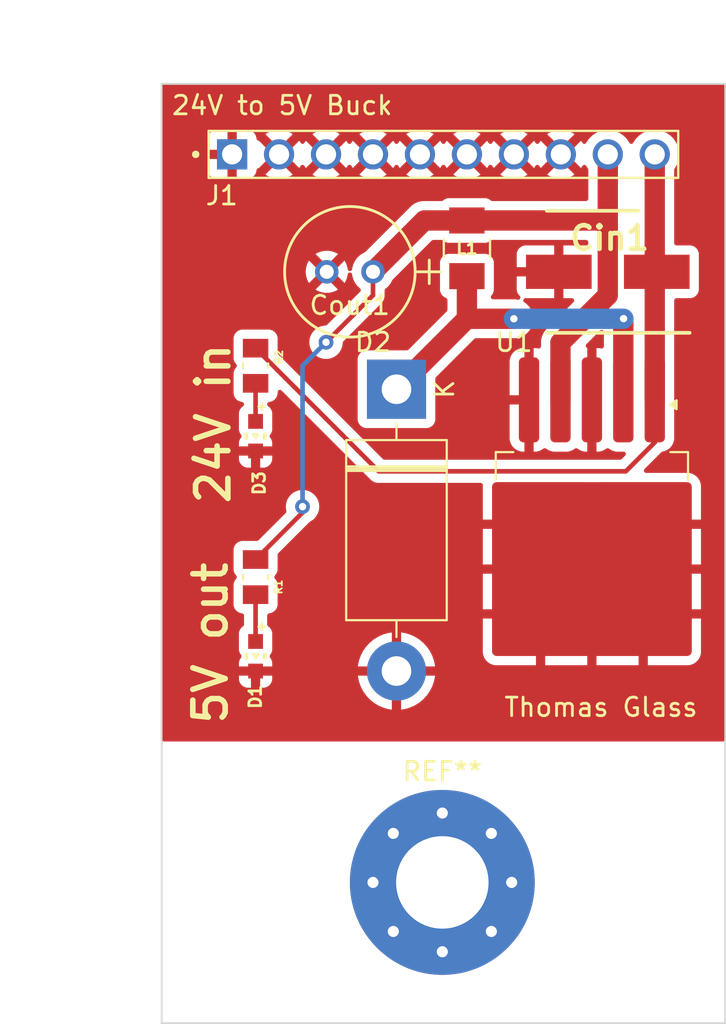
<source format=kicad_pcb>
(kicad_pcb (version 20240108) (generator "pcbnew") (generator_version "8.0")
  (layers (0 "F.Cu" signal) (1 "In1.Cu" signal) (2 "In2.Cu" signal) (31 "B.Cu" signal) (34 "B.Paste" user) (35 "F.Paste" user) (36 "B.SilkS" user "B.Silkscreen") (37 "F.SilkS" user "F.Silkscreen") (38 "B.Mask" user) (39 "F.Mask" user) (44 "Edge.Cuts" user))
  (net 0 "")
  (net 1 "/GND")
  (net 2 "/+24V")
  (net 3 "/+5V")
  (net 4 "Net-(D1-Pad2)")
  (net 5 "Net-(D2-K)")
  (net 6 "Net-(D3-Pad2)")
  (footprint "MountingHole:MountingHole_5mm_Pad_Via" (layer "F.Cu") (at 111.7 113.03)
    (property "Reference" "REF**" (at 0 -6 0) (layer "F.SilkS"))
    (property "Value" "MountingHole_5mm_Pad_Via")
    (pad "1" thru_hole circle (at -3.75 0) (size 0.9 0.9) (drill 0.6) (layers "*.Cu" "*.Mask"))
    (pad "1" thru_hole circle (at -2.65165 -2.65165) (size 0.9 0.9) (drill 0.6) (layers "*.Cu" "*.Mask"))
    (pad "1" thru_hole circle (at -2.65165 2.65165) (size 0.9 0.9) (drill 0.6) (layers "*.Cu" "*.Mask"))
    (pad "1" thru_hole circle (at 0 -3.75) (size 0.9 0.9) (drill 0.6) (layers "*.Cu" "*.Mask"))
    (pad "1" thru_hole circle (at 0 0) (size 10 10) (drill 5) (layers "*.Cu" "*.Mask"))
    (pad "1" thru_hole circle (at 0 3.75) (size 0.9 0.9) (drill 0.6) (layers "*.Cu" "*.Mask"))
    (pad "1" thru_hole circle (at 2.65165 -2.65165) (size 0.9 0.9) (drill 0.6) (layers "*.Cu" "*.Mask"))
    (pad "1" thru_hole circle (at 2.65165 2.65165) (size 0.9 0.9) (drill 0.6) (layers "*.Cu" "*.Mask"))
    (pad "1" thru_hole circle (at 3.75 0) (size 0.9 0.9) (drill 0.6) (layers "*.Cu" "*.Mask"))
  )
  (footprint "footprints:CAP_YX_6P3X11_RUB" (layer "F.Cu") (at 107.95 80.01 180)
    (property "Reference" "Cout1" (at 1.258563 -1.811366 0) (layer "F.SilkS"))
    (property "Value" "220u")
    (fp_line (start -3.0426 -0.635) (end -3.0426 0.635) (stroke (width 0.1524)) (layer "F.SilkS"))
    (fp_line (start -3.6776 0) (end -2.4076 0) (stroke (width 0.1524)) (layer "F.SilkS"))
    (fp_circle (center 1.25 0) (end 4.7806 0) (stroke (width 0.1524)) (fill none) (layer "F.SilkS"))
    (pad "1" thru_hole circle (at 0 0 180) (size 1.27 1.27) (drill 0.762) (layers "*.Cu" "*.Mask") (net 3 "/+5V"))
    (pad "2" thru_hole circle (at 2.5 0 180) (size 1.27 1.27) (drill 0.762) (layers "*.Cu" "*.Mask") (net 1 "/GND"))
  )
  (footprint "Package_TO_SOT_SMD:TO-263-5_TabPin3" (layer "F.Cu") (at 119.79 94.585 -90)
    (property "Reference" "U1" (at -10.765 4.22 180) (layer "F.SilkS"))
    (property "Value" "LM2596S-5")
    (fp_line (start -4.825 5.2) (end -4.825 4.25) (stroke (width 0.12)) (layer "F.SilkS"))
    (fp_line (start -3.325 5.2) (end -4.825 5.2) (stroke (width 0.12)) (layer "F.SilkS"))
    (fp_line (start -4.825 -5.2) (end -4.825 -4.25) (stroke (width 0.12)) (layer "F.SilkS"))
    (fp_line (start -3.325 -5.2) (end -4.825 -5.2) (stroke (width 0.12)) (layer "F.SilkS"))
    (fp_poly (pts (xy -7.3875 -4.25) (xy -7.6275 -4.58) (xy -7.1475 -4.58) (xy -7.3875 -4.25)) (stroke (width 0.12)) (fill solid) (layer "F.SilkS"))
    (pad "1" smd roundrect (at -7.65 -3.4 270) (size 4.6 1.1) (layers "F.Cu" "F.Paste" "F.Mask") (roundrect_rratio 0.227273) (net 2 "/+24V"))
    (pad "2" smd roundrect (at -7.65 -1.7 270) (size 4.6 1.1) (layers "F.Cu" "F.Paste" "F.Mask") (roundrect_rratio 0.227273) (net 5 "Net-(D2-K)"))
    (pad "3" smd roundrect (at -7.65 0 270) (size 4.6 1.1) (layers "F.Cu" "F.Paste" "F.Mask") (roundrect_rratio 0.227273) (net 1 "/GND"))
    (pad "3" smd roundrect (at -0.925 -2.775 270) (size 4.55 5.25) (layers "F.Cu" "F.Paste") (roundrect_rratio 0.054945) (net 1 "/GND"))
    (pad "3" smd roundrect (at -0.925 2.775 270) (size 4.55 5.25) (layers "F.Cu" "F.Paste") (roundrect_rratio 0.054945) (net 1 "/GND"))
    (pad "3" smd roundrect (at 1.5 0 270) (size 9.4 10.8) (layers "F.Cu" "F.Mask") (roundrect_rratio 0.026596) (net 1 "/GND"))
    (pad "3" smd roundrect (at 3.925 -2.775 270) (size 4.55 5.25) (layers "F.Cu" "F.Paste") (roundrect_rratio 0.054945) (net 1 "/GND"))
    (pad "3" smd roundrect (at 3.925 2.775 270) (size 4.55 5.25) (layers "F.Cu" "F.Paste") (roundrect_rratio 0.054945) (net 1 "/GND"))
    (pad "4" smd roundrect (at -7.65 1.7 270) (size 4.6 1.1) (layers "F.Cu" "F.Paste" "F.Mask") (roundrect_rratio 0.227273) (net 3 "/+5V"))
    (pad "5" smd roundrect (at -7.65 3.4 270) (size 4.6 1.1) (layers "F.Cu" "F.Paste" "F.Mask") (roundrect_rratio 0.227273) (net 1 "/GND"))
  )
  (footprint "KiCad:CAPAE660X800N" (layer "F.Cu") (at 120.65 80.01 180)
    (property "Reference" "Cin1" (at -0.0919 1.824274 0) (layer "F.SilkS") (effects (font (size 1.27 1.27) (thickness 0.254))))
    (property "Value" "680u" (hide yes))
    (fp_line (start -1.65 3.3) (end 3.3 3.3) (stroke (width 0.2)) (layer "F.SilkS"))
    (fp_line (start -4.425 -3.3) (end 3.3 -3.3) (stroke (width 0.2)) (layer "F.SilkS"))
    (pad "1" smd rect (at -2.65 0 270) (size 1.85 3.55) (layers "F.Cu" "F.Paste" "F.Mask") (net 2 "/+24V"))
    (pad "2" smd rect (at 2.65 0 270) (size 1.85 3.55) (layers "F.Cu" "F.Paste" "F.Mask") (net 1 "/GND"))
  )
  (footprint "WL-SMCW_0603:WL-SMCW_0603" (layer "F.Cu") (at 101.6 100.8 90)
    (property "Reference" "D1" (at -2.195522 -0.015656 90) (layer "F.SilkS") (effects (font (size 0.64 0.64))))
    (property "Value" "150060VS75000")
    (fp_line (start -0.1 -0.5) (end 0.1 -0.5) (stroke (width 0.2)) (layer "F.SilkS"))
    (fp_line (start 0.11 -0.14) (end 0.11 0.15) (stroke (width 0.1)) (layer "F.SilkS"))
    (fp_line (start -0.13 0) (end 0.11 -0.14) (stroke (width 0.1)) (layer "F.SilkS"))
    (fp_line (start 0.11 0.15) (end -0.13 0) (stroke (width 0.1)) (layer "F.SilkS"))
    (fp_line (start 0.1 0.5) (end -0.1 0.5) (stroke (width 0.2)) (layer "F.SilkS"))
    (fp_text user "+" (at 1.6 0.3 90) (layer "F.SilkS") (effects (font (size 0.48 0.48))))
    (pad "1" smd rect (at -0.8 0 90) (size 0.8 0.8) (layers "F.Cu" "F.Paste" "F.Mask") (net 1 "/GND"))
    (pad "2" smd rect (at 0.8 0 90) (size 0.8 0.8) (layers "F.Cu" "F.Paste" "F.Mask") (net 4 "Net-(D1-Pad2)"))
  )
  (footprint "RMCF0805JT1K10:RESC2012X65N" (layer "F.Cu") (at 101.6 96.52 -90)
    (property "Reference" "R1" (at 0.534554 -1.24072 90) (layer "F.SilkS") (effects (font (size 0.393701 0.393701))))
    (property "Value" "1.1k")
    (fp_line (start -0.12 0.68) (end 0.12 0.68) (stroke (width 0.127)) (layer "F.SilkS"))
    (fp_line (start -0.12 -0.68) (end 0.12 -0.68) (stroke (width 0.127)) (layer "F.SilkS"))
    (pad "1" smd rect (at -0.95 0 270) (size 1.01 1.38) (layers "F.Cu" "F.Paste" "F.Mask") (net 3 "/+5V"))
    (pad "2" smd rect (at 0.95 0 270) (size 1.01 1.38) (layers "F.Cu" "F.Paste" "F.Mask") (net 4 "Net-(D1-Pad2)"))
  )
  (footprint "WL-SMCW_0603:WL-SMCW_0603" (layer "F.Cu") (at 101.6 88.9 90)
    (property "Reference" "D3" (at -2.54 0.194079 90) (layer "F.SilkS") (effects (font (size 0.64 0.64))))
    (property "Value" "150060RS75000")
    (fp_line (start -0.1 -0.5) (end 0.1 -0.5) (stroke (width 0.2)) (layer "F.SilkS"))
    (fp_line (start 0.11 -0.14) (end 0.11 0.15) (stroke (width 0.1)) (layer "F.SilkS"))
    (fp_line (start -0.13 0) (end 0.11 -0.14) (stroke (width 0.1)) (layer "F.SilkS"))
    (fp_line (start 0.11 0.15) (end -0.13 0) (stroke (width 0.1)) (layer "F.SilkS"))
    (fp_line (start 0.1 0.5) (end -0.1 0.5) (stroke (width 0.2)) (layer "F.SilkS"))
    (fp_text user "+" (at 1.6 0.3 90) (layer "F.SilkS") (effects (font (size 0.48 0.48))))
    (pad "1" smd rect (at -0.8 0 90) (size 0.8 0.8) (layers "F.Cu" "F.Paste" "F.Mask") (net 1 "/GND"))
    (pad "2" smd rect (at 0.8 0 90) (size 0.8 0.8) (layers "F.Cu" "F.Paste" "F.Mask") (net 6 "Net-(D3-Pad2)"))
  )
  (footprint "Diode_THT:D_DO-201AD_P15.24mm_Horizontal" (layer "F.Cu") (at 109.22 86.36 -90)
    (property "Reference" "D2" (at -2.54 1.27 180) (layer "F.SilkS"))
    (property "Value" "1N5822")
    (fp_line (start 2.75 2.72) (end 12.49 2.72) (stroke (width 0.12)) (layer "F.SilkS"))
    (fp_line (start 12.49 2.72) (end 12.49 -2.72) (stroke (width 0.12)) (layer "F.SilkS"))
    (fp_line (start 1.84 0) (end 2.75 0) (stroke (width 0.12)) (layer "F.SilkS"))
    (fp_line (start 13.4 0) (end 12.49 0) (stroke (width 0.12)) (layer "F.SilkS"))
    (fp_line (start 2.75 -2.72) (end 2.75 2.72) (stroke (width 0.12)) (layer "F.SilkS"))
    (fp_line (start 4.175 -2.72) (end 4.175 2.72) (stroke (width 0.12)) (layer "F.SilkS"))
    (fp_line (start 4.295 -2.72) (end 4.295 2.72) (stroke (width 0.12)) (layer "F.SilkS"))
    (fp_line (start 4.415 -2.72) (end 4.415 2.72) (stroke (width 0.12)) (layer "F.SilkS"))
    (fp_line (start 12.49 -2.72) (end 2.75 -2.72) (stroke (width 0.12)) (layer "F.SilkS"))
    (fp_text user "K" (at 0 -2.6 90) (layer "F.SilkS"))
    (pad "1" thru_hole rect (at 0 0 270) (size 3.2 3.2) (drill 1.6) (layers "*.Cu" "*.Mask") (net 5 "Net-(D2-K)"))
    (pad "2" thru_hole oval (at 15.24 0 270) (size 3.2 3.2) (drill 1.6) (layers "*.Cu" "*.Mask") (net 1 "/GND"))
  )
  (footprint "NLCV32T_330K_EF:INDM3225X240N" (layer "F.Cu") (at 113.03 78.74 90)
    (property "Reference" "L1" (at 0 0 180) (layer "F.SilkS") (effects (font (size 0.64 0.64))))
    (property "Value" "33u")
    (fp_line (start -0.48 -1.25) (end 0.48 -1.25) (stroke (width 0.127)) (layer "F.SilkS"))
    (fp_line (start -0.48 1.25) (end 0.48 1.25) (stroke (width 0.127)) (layer "F.SilkS"))
    (pad "1" smd rect (at -1.505 0 90) (size 1.41 1.91) (layers "F.Cu" "F.Paste" "F.Mask") (net 5 "Net-(D2-K)"))
    (pad "2" smd rect (at 1.505 0 90) (size 1.41 1.91) (layers "F.Cu" "F.Paste" "F.Mask") (net 3 "/+5V"))
  )
  (footprint "10pin Socket:PRECI-DIP_310-87-110-41-001101" (layer "F.Cu") (at 111.76 73.66)
    (property "Reference" "J1" (at -11.988337 2.228803 0) (layer "F.SilkS"))
    (property "Value" "Conn_01x10_Socket")
    (fp_line (start -12.7 -1.27) (end 12.7 -1.27) (stroke (width 0.127)) (layer "F.SilkS"))
    (fp_line (start -12.7 1.27) (end -12.7 -1.27) (stroke (width 0.127)) (layer "F.SilkS"))
    (fp_line (start 12.7 -1.27) (end 12.7 1.27) (stroke (width 0.127)) (layer "F.SilkS"))
    (fp_line (start 12.7 1.27) (end -12.7 1.27) (stroke (width 0.127)) (layer "F.SilkS"))
    (fp_circle (center -13.4 0) (end -13.3 0) (stroke (width 0.2)) (fill none) (layer "F.SilkS"))
    (pad "1" thru_hole rect (at -11.43 0) (size 1.635 1.635) (drill 1.09) (layers "*.Cu" "*.Mask") (net 1 "/GND"))
    (pad "2" thru_hole circle (at -8.89 0) (size 1.635 1.635) (drill 1.09) (layers "*.Cu" "*.Mask") (net 1 "/GND"))
    (pad "3" thru_hole circle (at -6.35 0) (size 1.635 1.635) (drill 1.09) (layers "*.Cu" "*.Mask") (net 1 "/GND"))
    (pad "4" thru_hole circle (at -3.81 0) (size 1.635 1.635) (drill 1.09) (layers "*.Cu" "*.Mask") (net 1 "/GND"))
    (pad "5" thru_hole circle (at -1.27 0) (size 1.635 1.635) (drill 1.09) (layers "*.Cu" "*.Mask") (net 1 "/GND"))
    (pad "6" thru_hole circle (at 1.27 0) (size 1.635 1.635) (drill 1.09) (layers "*.Cu" "*.Mask") (net 1 "/GND"))
    (pad "7" thru_hole circle (at 3.81 0) (size 1.635 1.635) (drill 1.09) (layers "*.Cu" "*.Mask") (net 1 "/GND"))
    (pad "8" thru_hole circle (at 6.35 0) (size 1.635 1.635) (drill 1.09) (layers "*.Cu" "*.Mask") (net 1 "/GND"))
    (pad "9" thru_hole circle (at 8.89 0) (size 1.635 1.635) (drill 1.09) (layers "*.Cu" "*.Mask") (net 3 "/+5V"))
    (pad "10" thru_hole circle (at 11.43 0) (size 1.635 1.635) (drill 1.09) (layers "*.Cu" "*.Mask") (net 2 "/+24V"))
  )
  (footprint "RMCF0805JT1K10:RESC2012X65N" (layer "F.Cu") (at 101.6 85.09 -90)
    (property "Reference" "R2" (at -0.46 -1.27 90) (layer "F.SilkS") (effects (font (size 0.393701 0.393701))))
    (property "Value" "1.1k")
    (fp_line (start -0.12 0.68) (end 0.12 0.68) (stroke (width 0.127)) (layer "F.SilkS"))
    (fp_line (start -0.12 -0.68) (end 0.12 -0.68) (stroke (width 0.127)) (layer "F.SilkS"))
    (pad "1" smd rect (at -0.95 0 270) (size 1.01 1.38) (layers "F.Cu" "F.Paste" "F.Mask") (net 2 "/+24V"))
    (pad "2" smd rect (at 0.95 0 270) (size 1.01 1.38) (layers "F.Cu" "F.Paste" "F.Mask") (net 6 "Net-(D3-Pad2)"))
  )
  (gr_rect (start 96.52 69.85) (end 127 120.65) (stroke (width 0.1)) (fill none) (layer "Edge.Cuts"))
  (gr_text "Thomas Glass" (at 114.970075 104.14 0) (layer "F.SilkS") (effects (font (size 1 1)) (justify left bottom)))
  (gr_text "5V out" (at 100.183603 104.620059 90) (layer "F.SilkS") (effects (font (size 1.75 1.75) (thickness 0.3)) (justify left bottom)))
  (gr_text "24V to 5V Buck" (at 96.98512 71.596712 0) (layer "F.SilkS") (effects (font (size 1 1)) (justify left bottom)))
  (gr_text "24V in" (at 100.33 92.71 90) (layer "F.SilkS") (effects (font (size 1.75 1.75) (thickness 0.3) (bold yes)) (justify left bottom)))
  (segment (start 108.25838 90.79838) (end 121.62662 90.79838) (width 0.25) (layer "F.Cu") (net 2))
  (segment (start 101.6 84.14) (end 108.25838 90.79838) (width 0.25) (layer "F.Cu") (net 2))
  (segment (start 121.62662 90.79838) (end 123.19 89.235) (width 0.25) (layer "F.Cu") (net 2))
  (segment (start 123.19 89.235) (end 123.19 86.935) (width 0.25) (layer "F.Cu") (net 2))
  (segment (start 123.19 73.66) (end 123.19 86.935) (width 1.1) (layer "F.Cu") (net 2))
  (segment (start 101.6 95.57) (end 104.14 93.03) (width 0.25) (layer "F.Cu") (net 3))
  (segment (start 110.725 77.235) (end 107.95 80.01) (width 1.1) (layer "F.Cu") (net 3))
  (segment (start 104.14 93.03) (end 104.14 92.71) (width 0.25) (layer "F.Cu") (net 3))
  (segment (start 118.09 83.84) (end 118.09 86.935) (width 1.1) (layer "F.Cu") (net 3))
  (segment (start 107.95 81.28) (end 107.95 80.01) (width 0.25) (layer "F.Cu") (net 3))
  (segment (start 120.415 77.235) (end 120.65 77.47) (width 0.25) (layer "F.Cu") (net 3))
  (segment (start 113.03 77.235) (end 120.415 77.235) (width 1.1) (layer "F.Cu") (net 3))
  (segment (start 120.65 73.66) (end 120.65 77.47) (width 1.1) (layer "F.Cu") (net 3))
  (segment (start 113.03 77.235) (end 110.725 77.235) (width 1.1) (layer "F.Cu") (net 3))
  (segment (start 120.65 81.28) (end 118.09 83.84) (width 1.1) (layer "F.Cu") (net 3))
  (segment (start 120.65 77.47) (end 120.65 81.28) (width 1.1) (layer "F.Cu") (net 3))
  (segment (start 105.41 83.82) (end 107.95 81.28) (width 0.25) (layer "F.Cu") (net 3))
  (via (at 104.14 92.71) (size 0.8) (drill 0.4) (layers "F.Cu" "B.Cu") (net 3))
  (via (at 105.41 83.82) (size 0.8) (drill 0.4) (layers "F.Cu" "B.Cu") (net 3))
  (segment (start 104.14 92.71) (end 104.14 85.09) (width 0.25) (layer "B.Cu") (net 3))
  (segment (start 104.14 85.09) (end 105.41 83.82) (width 0.25) (layer "B.Cu") (net 3))
  (segment (start 101.6 97.47) (end 101.6 100) (width 0.25) (layer "F.Cu") (net 4))
  (segment (start 113.03 82.55) (end 115.57 82.55) (width 1.1) (layer "F.Cu") (net 5))
  (segment (start 121.49 82.555311) (end 121.49 86.935) (width 1.1) (layer "F.Cu") (net 5))
  (segment (start 113.03 82.55) (end 109.22 86.36) (width 1.1) (layer "F.Cu") (net 5))
  (segment (start 121.502947 82.542364) (end 121.49 82.555311) (width 0.25) (layer "F.Cu") (net 5))
  (segment (start 113.03 80.245) (end 113.03 82.55) (width 1.1) (layer "F.Cu") (net 5))
  (via (at 115.57 82.55) (size 0.8) (drill 0.4) (layers "F.Cu" "B.Cu") (net 5))
  (via (at 121.502947 82.542364) (size 0.8) (drill 0.4) (layers "F.Cu" "B.Cu") (net 5))
  (segment (start 121.495311 82.55) (end 121.502947 82.542364) (width 0.25) (layer "B.Cu") (net 5))
  (segment (start 115.57 82.55) (end 121.495311 82.55) (width 1.1) (layer "B.Cu") (net 5))
  (segment (start 101.6 86.04) (end 101.6 88.1) (width 0.25) (layer "F.Cu") (net 6))
  (zone (net 1) (net_name "/GND") (layer "F.Cu") (connect_pads (clearance 0.5)) (min_thickness 0.25) (fill yes (thermal_gap 0.5) (thermal_bridge_width 0.5))
    (polygon (pts (xy 96.52 69.85) (xy 96.52 105.41) (xy 127 105.41) (xy 127 69.85)))
  )
)
</source>
